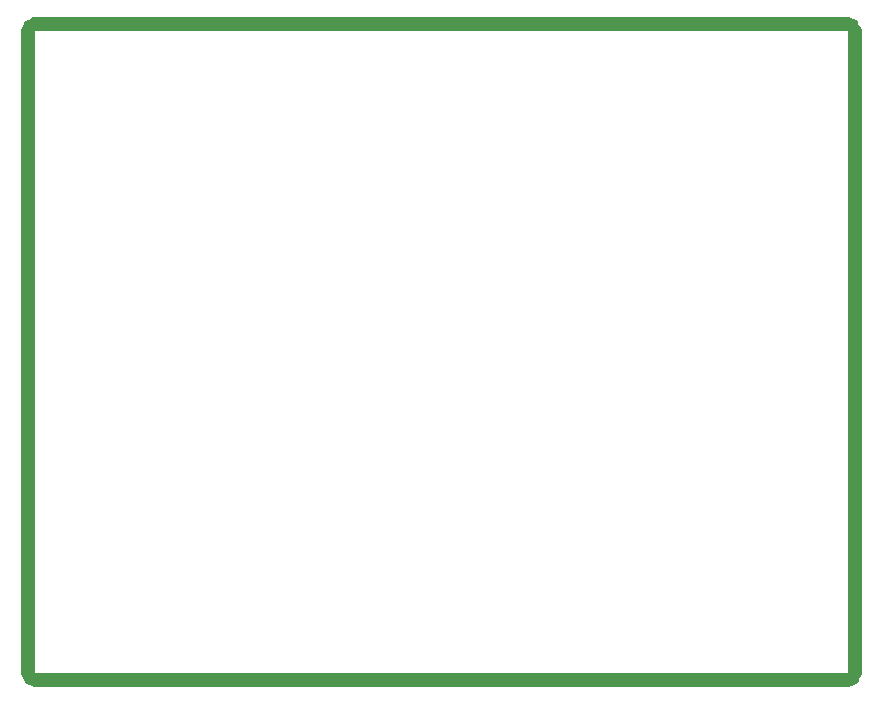
<source format=gko>
%FSLAX44Y44*%
%MOMM*%
G71*
G01*
G75*
G04 Layer_Color=60649*
%ADD10R,0.9000X0.7000*%
%ADD11O,0.3000X2.1000*%
%ADD12O,2.1000X0.3000*%
%ADD13R,0.6500X1.0500*%
%ADD14R,0.7000X1.3000*%
%ADD15R,1.3000X0.7000*%
%ADD16O,0.7000X2.5000*%
%ADD17O,2.6000X0.7000*%
%ADD18R,0.7000X0.9000*%
%ADD19R,0.9000X0.7000*%
%ADD20R,3.5052X1.6002*%
%ADD21C,0.2540*%
%ADD22C,1.7780*%
%ADD23P,1.8145X8X202.5*%
%ADD24C,3.2004*%
%ADD25P,2.0895X8X112.5*%
%ADD26P,1.9245X8X202.5*%
%ADD27P,2.0895X8X22.5*%
%ADD28C,1.2700*%
%ADD29O,4.1000X1.4500*%
%ADD30C,0.6000*%
%ADD31C,0.2500*%
%ADD32C,0.2032*%
%ADD33C,0.0127*%
%ADD34C,0.1524*%
%ADD35C,0.1270*%
%ADD36C,0.2000*%
%ADD37R,1.1032X0.9032*%
%ADD38O,0.5032X2.3032*%
%ADD39O,2.3032X0.5032*%
%ADD40R,0.8532X1.2532*%
%ADD41R,0.9032X1.5032*%
%ADD42R,1.5032X0.9032*%
%ADD43O,0.9032X2.7032*%
%ADD44O,2.8032X0.9032*%
%ADD45R,0.9032X1.1032*%
%ADD46R,1.1032X0.9032*%
%ADD47R,3.7084X1.8034*%
%ADD48C,1.9812*%
%ADD49P,2.0345X8X202.5*%
%ADD50C,3.4036*%
%ADD51P,2.3094X8X112.5*%
%ADD52P,2.1444X8X202.5*%
%ADD53P,2.3094X8X22.5*%
%ADD54C,1.4732*%
%ADD55O,4.3032X1.6532*%
%ADD56C,0.4000*%
%ADD57C,0.0000*%
%ADD58C,1.2000*%
D58*
X290418Y325117D02*
G03*
X296418Y319120I6000J3D01*
G01*
X290418Y325117D02*
G03*
X296418Y319120I6000J3D01*
G01*
X296164Y874934D02*
G03*
X290164Y868931I0J-6000D01*
G01*
X296164Y874934D02*
G03*
X290164Y868931I0J-6000D01*
G01*
X983996Y319120D02*
G03*
X989996Y325120I0J6000D01*
G01*
X983996Y319120D02*
G03*
X989996Y325120I0J6000D01*
G01*
Y868934D02*
G03*
X983996Y874934I-6000J0D01*
G01*
X989996Y868934D02*
G03*
X983996Y874934I-6000J0D01*
G01*
X290164Y868931D02*
X290418Y325117D01*
X296418Y319120D02*
X983996D01*
X296164Y874934D02*
X983996D01*
X989996Y325120D02*
Y868934D01*
M02*

</source>
